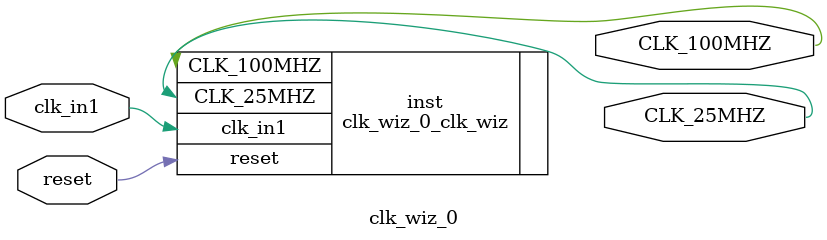
<source format=v>


`timescale 1ps/1ps

(* CORE_GENERATION_INFO = "clk_wiz_0,clk_wiz_v6_0_4_0_0,{component_name=clk_wiz_0,use_phase_alignment=true,use_min_o_jitter=false,use_max_i_jitter=false,use_dyn_phase_shift=false,use_inclk_switchover=false,use_dyn_reconfig=false,enable_axi=0,feedback_source=FDBK_AUTO,PRIMITIVE=PLL,num_out_clk=2,clkin1_period=10.000,clkin2_period=10.000,use_power_down=false,use_reset=true,use_locked=false,use_inclk_stopped=false,feedback_type=SINGLE,CLOCK_MGR_TYPE=NA,manual_override=false}" *)

module clk_wiz_0 
 (
  // Clock out ports
  output        CLK_100MHZ,
  output        CLK_25MHZ,
  // Status and control signals
  input         reset,
 // Clock in ports
  input         clk_in1
 );

  clk_wiz_0_clk_wiz inst
  (
  // Clock out ports  
  .CLK_100MHZ(CLK_100MHZ),
  .CLK_25MHZ(CLK_25MHZ),
  // Status and control signals               
  .reset(reset), 
 // Clock in ports
  .clk_in1(clk_in1)
  );

endmodule

</source>
